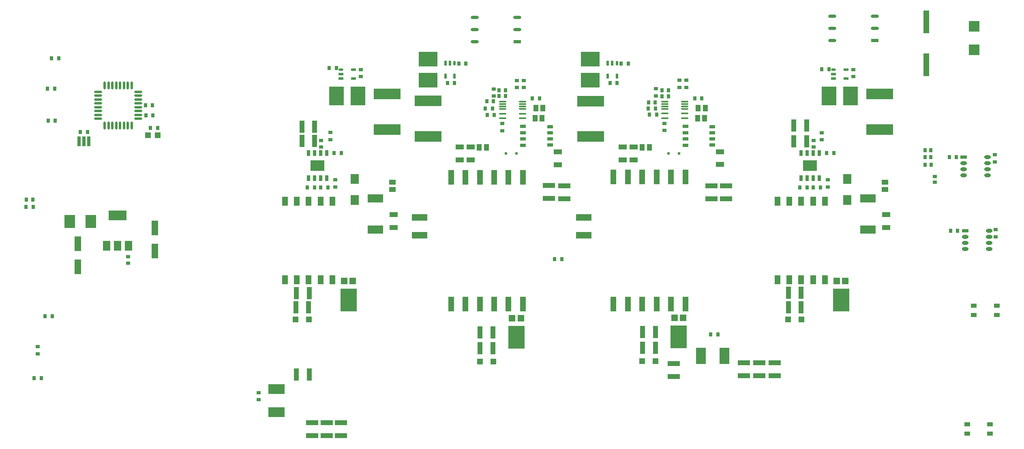
<source format=gbr>
%FSTAX23Y23*%
%MOIN*%
%SFA1B1*%

%IPPOS*%
%ADD10R,0.088976X0.085039*%
%ADD11R,0.220472X0.090551*%
%ADD12R,0.027559X0.035433*%
%ADD13R,0.031496X0.035433*%
%ADD14R,0.048000X0.048000*%
%ADD15R,0.035433X0.031496*%
%ADD16R,0.149606X0.078740*%
%ADD17R,0.059055X0.078740*%
%ADD18R,0.028000X0.079000*%
%ADD19O,0.064960X0.021654*%
%ADD20O,0.021654X0.064960*%
%ADD21R,0.051181X0.187008*%
%ADD22R,0.035433X0.027559*%
%ADD23R,0.049212X0.037401*%
%ADD24R,0.043307X0.102362*%
%ADD25R,0.085000X0.107992*%
%ADD26R,0.157480X0.122047*%
%ADD27O,0.021654X0.039370*%
%ADD28R,0.021654X0.039370*%
%ADD29R,0.102362X0.043307*%
%ADD30R,0.043307X0.055118*%
%ADD31R,0.066929X0.043307*%
%ADD32O,0.064960X0.011811*%
%ADD33R,0.050000X0.120078*%
%ADD34R,0.047244X0.025591*%
%ADD35R,0.023622X0.023622*%
%ADD36R,0.047244X0.047244*%
%ADD37R,0.132283X0.191338*%
%ADD38R,0.054724X0.055118*%
%ADD39R,0.137795X0.078740*%
%ADD40R,0.078740X0.137795*%
%ADD41R,0.129921X0.055118*%
%ADD42O,0.039370X0.021654*%
%ADD43R,0.039370X0.021654*%
%ADD44R,0.055118X0.043307*%
%ADD45R,0.125984X0.070866*%
%ADD46R,0.122047X0.157480*%
%ADD47R,0.046063X0.074016*%
%ADD48R,0.070866X0.082677*%
%ADD49R,0.030000X0.045000*%
%ADD50R,0.118000X0.089000*%
%ADD51R,0.055118X0.031496*%
%ADD52O,0.055118X0.031496*%
%ADD53R,0.056000X0.119000*%
%ADD54R,0.064960X0.025591*%
%ADD55O,0.064960X0.025591*%
%LNlv1_paste_top-1*%
%LPD*%
G54D10*
X0889Y03903D03*
Y04096D03*
G54D11*
X05738Y03189D03*
Y0348D03*
X04399Y03191D03*
Y03483D03*
X08113Y03246D03*
Y03538D03*
X04063Y03246D03*
Y03538D03*
G54D12*
X01153Y02611D03*
X01094D03*
X02118Y03261D03*
X02177D03*
X0154Y03227D03*
X016D03*
X08487Y03076D03*
X08534D03*
X08488Y02955D03*
X08536D03*
X08487Y03018D03*
X08534D03*
X05987Y03789D03*
X06046D03*
X06651Y03503D03*
X06592D03*
X06279Y03368D03*
X0622D03*
X0621Y0342D03*
X06269D03*
X0487D03*
X04929D03*
X04944Y03367D03*
X04885D03*
X05315Y03502D03*
X05256D03*
X04652Y03788D03*
X04711D03*
X01334Y03318D03*
X01275D03*
X01329Y03582D03*
X0127D03*
X01309Y0171D03*
X0125D03*
X01219Y012D03*
X0116D03*
X06723Y01559D03*
X06782D03*
X07455Y02769D03*
X07515D03*
X07695Y03742D03*
X07635D03*
X07675Y03052D03*
X07735D03*
X07565Y02769D03*
X07625D03*
X03405D03*
X03465D03*
X03645Y03752D03*
X03585D03*
X03625Y03052D03*
X03685D03*
X03515Y02769D03*
X03575D03*
X0544Y0218D03*
X05499D03*
X01362Y03832D03*
X01303D03*
G54D13*
X01096Y02671D03*
X01151D03*
X02133Y03445D03*
X02078D03*
X02081Y03364D03*
X02136D03*
X05952Y03631D03*
X05897D03*
X06267Y0347D03*
X06212D03*
X06322Y0352D03*
X06377D03*
X06322Y0357D03*
X06377D03*
X04982D03*
X05037D03*
X04982Y03522D03*
X05037D03*
X04937Y0348D03*
X04882D03*
X04617Y0363D03*
X04561D03*
X08742Y03021D03*
X08687D03*
X08753Y02412D03*
X08697D03*
G54D14*
X02178Y03198D03*
X02095D03*
G54D15*
X01932Y022D03*
Y02145D03*
X07895Y0374D03*
Y03684D03*
X0757Y03157D03*
Y03102D03*
X03845Y0374D03*
Y03684D03*
X0352Y03157D03*
Y03102D03*
G54D16*
X01847Y02539D03*
G54D17*
X01937Y02291D03*
X01847D03*
X01756D03*
G54D18*
X01609Y03149D03*
X0157D03*
X0153D03*
G54D19*
X01686Y03556D03*
Y03525D03*
Y03493D03*
Y03462D03*
Y0343D03*
Y03399D03*
Y03367D03*
Y03336D03*
X02017D03*
Y03367D03*
Y03399D03*
Y0343D03*
Y03462D03*
Y03493D03*
Y03525D03*
Y03556D03*
G54D20*
X01741Y03281D03*
X01773D03*
X01804D03*
X01836D03*
X01867D03*
X01899D03*
X0193D03*
X01962D03*
Y03611D03*
X0193D03*
X01899D03*
X01867D03*
X01836D03*
X01804D03*
X01773D03*
X01741D03*
G54D21*
X08496Y04133D03*
Y03781D03*
G54D22*
X08568Y02812D03*
Y02859D03*
X06522Y03652D03*
Y03593D03*
X06467D03*
Y03652D03*
X06274Y03582D03*
Y03523D03*
X06344Y03297D03*
Y03238D03*
X05009Y03296D03*
Y03237D03*
X04939Y03581D03*
Y03522D03*
X05131Y03592D03*
Y03651D03*
X05186D03*
Y03592D03*
X0119Y014D03*
Y01459D03*
X03006Y01081D03*
Y01022D03*
X07685Y02832D03*
Y02772D03*
X07636Y03221D03*
Y03162D03*
X03635Y02832D03*
Y02772D03*
X03595Y03222D03*
Y03163D03*
X09065Y02422D03*
Y02362D03*
X09059Y0298D03*
Y03039D03*
G54D23*
X08888Y01718D03*
X09075Y01797D03*
Y01718D03*
X08888Y01797D03*
X08832Y00742D03*
X09019Y00821D03*
Y00742D03*
X08832Y00821D03*
G54D24*
X03362Y0327D03*
X03468D03*
X07406Y0328D03*
X07513D03*
X06269Y01448D03*
X06163D03*
X06269Y01578D03*
X06163D03*
X04934Y01577D03*
X04828D03*
X04934Y01447D03*
X04828D03*
X03316Y01231D03*
X03422D03*
X07362Y01782D03*
X07468D03*
X07362Y01902D03*
X07468D03*
X07513Y0315D03*
X07406D03*
X03312Y01782D03*
X03418D03*
X03316Y019D03*
X03423D03*
X03468Y03152D03*
X03362D03*
G54D25*
X01627Y0249D03*
X01452D03*
G54D26*
X05734Y03654D03*
Y03827D03*
X04399Y03653D03*
Y03826D03*
G54D27*
X05952Y03794D03*
X04616Y03793D03*
G54D28*
X05914Y03794D03*
X05877D03*
X05952Y03687D03*
X05877D03*
X04579Y03793D03*
X04542D03*
X04616Y03686D03*
X04542D03*
G54D29*
X0673Y02676D03*
Y02783D03*
X05394Y02678D03*
Y02785D03*
X03683Y00726D03*
Y00833D03*
X03565Y00726D03*
Y00832D03*
X03448Y00727D03*
Y00833D03*
X07249Y0122D03*
Y01327D03*
X07123Y01219D03*
Y01325D03*
X06998Y0122D03*
Y01327D03*
X06419Y01214D03*
Y01321D03*
X0685Y02676D03*
Y02783D03*
X05519Y02676D03*
Y02783D03*
G54D30*
X06615Y03341D03*
X06674D03*
X0616Y031D03*
X06219D03*
X0662Y03423D03*
X06679D03*
X05285Y03422D03*
X05344D03*
X0482Y031D03*
X04879D03*
X05279Y0334D03*
X05338D03*
G54D31*
X0609Y02996D03*
Y03103D03*
X06801Y02958D03*
Y03064D03*
X05466Y02956D03*
Y03063D03*
X0475Y02996D03*
Y03103D03*
X08165Y02439D03*
Y02545D03*
X04115Y02439D03*
Y02545D03*
X0466Y02996D03*
Y03103D03*
X05999Y02996D03*
Y03103D03*
G54D32*
X06511Y03339D03*
Y03378D03*
Y03417D03*
Y03437D03*
Y03457D03*
Y03477D03*
X06348Y03339D03*
Y03378D03*
Y03417D03*
Y03437D03*
Y03457D03*
Y03477D03*
X05176Y03338D03*
Y03377D03*
Y03416D03*
Y03436D03*
Y03456D03*
Y03475D03*
X05013Y03338D03*
Y03377D03*
Y03416D03*
Y03436D03*
Y03456D03*
Y03475D03*
G54D33*
X06515Y02855D03*
X06397D03*
X06279D03*
X0616D03*
X06042D03*
X05924D03*
X06515Y01811D03*
X06397D03*
X06279D03*
X0616D03*
X06042D03*
X05924D03*
X0518Y02854D03*
X05061D03*
X04943D03*
X04825D03*
X04707D03*
X04589D03*
X0518Y0181D03*
X05061D03*
X04943D03*
X04825D03*
X04707D03*
X04589D03*
G54D34*
X06516Y03116D03*
Y03169D03*
Y03221D03*
Y03274D03*
X06737Y0327D03*
Y0322D03*
Y0317D03*
Y0312D03*
X0518Y03115D03*
Y03168D03*
Y0322D03*
Y03273D03*
X05402Y03269D03*
Y03219D03*
Y03169D03*
Y03119D03*
G54D35*
X06376Y03051D03*
X06463D03*
X05041Y0305D03*
X05127D03*
G54D36*
X06271Y01338D03*
X06161D03*
X04936Y01337D03*
X04826D03*
X0747Y01682D03*
X0736D03*
X0342D03*
X0331D03*
G54D37*
X06461Y01538D03*
X05126Y01537D03*
X07795Y01842D03*
X03745D03*
G54D38*
X06497Y01695D03*
X06425D03*
X05162Y01694D03*
X0509D03*
X07831Y01999D03*
X07759D03*
X03781D03*
X03709D03*
G54D39*
X03154Y01111D03*
Y00918D03*
G54D40*
X06644Y01383D03*
X06837D03*
G54D41*
X0568Y02524D03*
Y02375D03*
X0433Y02524D03*
Y02375D03*
G54D42*
X07732Y03739D03*
X03682D03*
G54D43*
X07732Y03702D03*
Y03665D03*
X07838Y03739D03*
Y03665D03*
X03682Y03702D03*
Y03665D03*
X03788Y03739D03*
Y03665D03*
G54D44*
X08155Y02752D03*
Y02812D03*
X04105Y02752D03*
Y02812D03*
G54D45*
X08015Y0268D03*
Y02424D03*
X03965Y0268D03*
Y02424D03*
G54D46*
X07872Y03522D03*
X07698D03*
X03822D03*
X03648D03*
G54D47*
X07273Y02655D03*
X07371D03*
X07468D03*
X07566D03*
X07663D03*
X07273Y0201D03*
X07371D03*
X07468D03*
X07566D03*
X07663D03*
X03223Y02655D03*
X03321D03*
X03418D03*
X03516D03*
X03613D03*
X03223Y0201D03*
X03321D03*
X03418D03*
X03516D03*
X03613D03*
G54D48*
X07845Y02839D03*
Y02665D03*
X03795Y02839D03*
Y02665D03*
G54D49*
X07615Y03052D03*
X07565D03*
X07515D03*
X07465D03*
X07615Y02847D03*
X07565D03*
X07515D03*
X07465D03*
X03565Y03052D03*
X03515D03*
X03465D03*
X03415D03*
X03565Y02847D03*
X03515D03*
X03465D03*
X03415D03*
G54D50*
X0754Y0295D03*
X0349D03*
G54D51*
X08815Y02412D03*
X08804Y03021D03*
G54D52*
X08815Y02362D03*
Y02312D03*
Y02262D03*
X09012Y02412D03*
Y02362D03*
Y02312D03*
Y02262D03*
X08804Y02971D03*
Y02921D03*
Y02871D03*
X09001Y03021D03*
Y02971D03*
Y02921D03*
Y02871D03*
G54D53*
X0152Y02305D03*
Y02115D03*
X02154Y02435D03*
Y02245D03*
G54D54*
X05133Y03969D03*
X08073Y03981D03*
G54D55*
X05133Y04069D03*
Y04169D03*
X04782Y03969D03*
Y04069D03*
Y04169D03*
X08073Y04081D03*
Y04181D03*
X07722Y03981D03*
Y04081D03*
Y04181D03*
M02*
</source>
